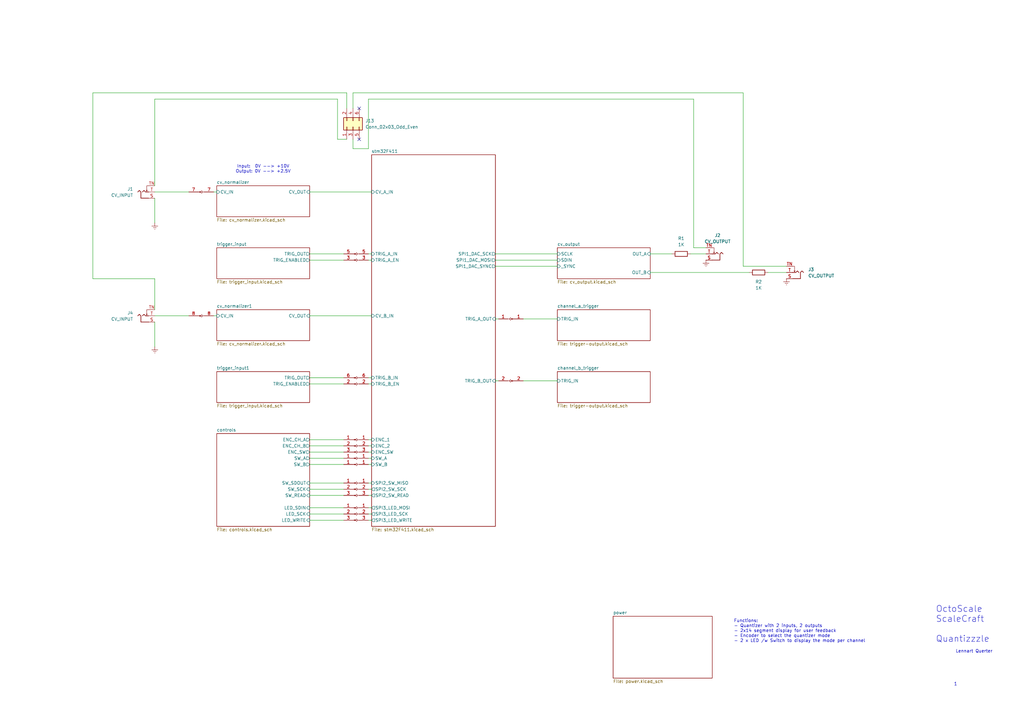
<source format=kicad_sch>
(kicad_sch (version 20250114) (generator "eeschema") (generator_version "9.0")
  (paper "A3")
  (lib_symbols
    (symbol "Connector_Generic:Conn_02x03_Odd_Even" (pin_names (offset 1.016) (hide yes))
      (property "Reference" "J" (at 1.27 5.08 0))
      (property "Value" "Conn_02x03_Odd_Even" (at 1.27 -5.08 0))
      (symbol "Conn_02x03_Odd_Even_1_1"
        (rectangle (start -1.27 3.81) (end 3.81 -3.81) (stroke (width 0.254)) (fill (type background)))
        (rectangle (start -1.27 2.667) (end 0 2.413) (stroke (width 0.1524)))
        (rectangle (start -1.27 0.127) (end 0 -0.127) (stroke (width 0.1524)))
        (rectangle (start -1.27 -2.413) (end 0 -2.667) (stroke (width 0.1524)))
        (rectangle (start 3.81 2.667) (end 2.54 2.413) (stroke (width 0.1524)))
        (rectangle (start 3.81 0.127) (end 2.54 -0.127) (stroke (width 0.1524)))
        (rectangle (start 3.81 -2.413) (end 2.54 -2.667) (stroke (width 0.1524)))
        (pin passive line (at -5.08 2.54 0) (length 3.81) (name "Pin_1") (number "1"))
        (pin passive line (at -5.08 0 0) (length 3.81) (name "Pin_3") (number "3"))
        (pin passive line (at -5.08 -2.54 0) (length 3.81) (name "Pin_5") (number "5"))
        (pin passive line (at 7.62 2.54 180) (length 3.81) (name "Pin_2") (number "2"))
        (pin passive line (at 7.62 0 180) (length 3.81) (name "Pin_4") (number "4"))
        (pin passive line (at 7.62 -2.54 180) (length 3.81) (name "Pin_6") (number "6"))
      )
    )
    (symbol "Device:R" (pin_numbers (hide yes)) (pin_names (offset 0))
      (property "Reference" "R" (at 2.032 0 90))
      (property "Value" "R" (at 0 0 90))
      (symbol "R_0_1"
        (rectangle (start -1.016 -2.54) (end 1.016 2.54) (stroke (width 0.254)))
      )
      (symbol "R_1_1"
        (pin passive line (at 0 3.81 270) (length 1.27) (name "~") (number "1"))
        (pin passive line (at 0 -3.81 90) (length 1.27) (name "~") (number "2"))
      )
    )
    (symbol "power:GNDREF" (power) (pin_numbers (hide yes)) (pin_names (offset 0) (hide yes))
      (property "Value" "GNDREF" (at 0 -3.81 0))
      (symbol "GNDREF_0_1"
        (polyline (pts (xy -0.635 -1.905) (xy 0.635 -1.905)))
        (polyline (pts (xy -0.127 -2.54) (xy 0.127 -2.54)))
        (polyline (pts (xy 0 -1.27) (xy 0 0)))
        (polyline (pts (xy 1.27 -1.27) (xy -1.27 -1.27)))
      )
      (symbol "GNDREF_1_1"
        (pin power_in line (at 0 0 270) (length 0) (name "~") (number "1"))
      )
    )
    (symbol "synth:AudioJack_Mono_3.5mm"
      (property "Reference" "J" (at 0 8.89 0))
      (property "Value" "AudioJack_Mono_3.5mm" (at 0 6.35 0))
      (symbol "AudioJack_Mono_3.5mm_0_1"
        (polyline (pts (xy 0 0) (xy 0.635 -0.635) (xy 1.27 0) (xy 2.54 0)) (stroke (width 0.254)))
        (polyline (pts (xy 1.778 -0.254) (xy 2.032 -0.762)))
        (polyline (pts (xy 2.54 2.54) (xy -0.635 2.54) (xy -0.635 0) (xy -1.27 -0.635) (xy -1.905 0)) (stroke (width 0.254)))
        (polyline (pts (xy 2.54 -2.54) (xy 1.778 -2.54) (xy 1.778 -0.254) (xy 1.524 -0.762)))
      )
      (symbol "AudioJack_Mono_3.5mm_1_1"
        (pin passive line (at 5.08 2.54 180) (length 2.54) (name "~") (number "S"))
        (pin passive line (at 5.08 0 180) (length 2.54) (name "~") (number "T"))
        (pin passive line (at 5.08 -2.54 180) (length 2.54) (name "~") (number "TN"))
      )
    )
    (symbol "synth:Conn_01x04_Pin" (pin_names (offset 1.016) (hide yes))
      (property "Reference" "XP" (at 0 2.54 0))
      (property "Value" "Conn_01x04_Pin" (at 0 -2.54 0))
      (symbol "Conn_01x04_Pin_1_1"
        (rectangle (start 0.8636 0.127) (end 0 -0.127) (stroke (width 0.1524)) (fill (type outline)))
        (polyline (pts (xy 1.27 0) (xy 0.8636 0)) (stroke (width 0.1524)))
        (pin passive line (at 5.08 0 180) (length 3.81) (name "Pin_1") (number "1"))
      )
      (symbol "Conn_01x04_Pin_2_1"
        (rectangle (start 0.8636 0.127) (end 0 -0.127) (stroke (width 0.1524)) (fill (type outline)))
        (polyline (pts (xy 1.27 0) (xy 0.8636 0)) (stroke (width 0.1524)))
        (pin passive line (at 5.08 0 180) (length 3.81) (name "Pin_2") (number "2"))
      )
      (symbol "Conn_01x04_Pin_3_1"
        (rectangle (start 0.8636 0.127) (end 0 -0.127) (stroke (width 0.1524)) (fill (type outline)))
        (polyline (pts (xy 1.27 0) (xy 0.8636 0)) (stroke (width 0.1524)))
        (pin passive line (at 5.08 0 180) (length 3.81) (name "Pin_3") (number "3"))
      )
      (symbol "Conn_01x04_Pin_4_1"
        (rectangle (start 0.8636 0.127) (end 0 -0.127) (stroke (width 0.1524)) (fill (type outline)))
        (polyline (pts (xy 1.27 0) (xy 0.8636 0)) (stroke (width 0.1524)))
        (pin passive line (at 5.08 0 180) (length 3.81) (name "Pin_4") (number "4"))
      )
    )
    (symbol "synth:Conn_01x04_Socket" (pin_names (offset 1.016) (hide yes))
      (property "Reference" "XP" (at 0 2.54 0))
      (property "Value" "Conn_01x04_Socket" (at 0 -2.54 0))
      (symbol "Conn_01x04_Socket_1_1"
        (polyline (pts (xy -1.27 0) (xy -0.508 0)) (stroke (width 0.1524)))
        (arc (start 0 -0.508) (mid -0.5058 0) (end 0 0.508) (stroke (width 0.1524)))
        (pin passive line (at -5.08 0 0) (length 3.81) (name "Pin_1") (number "1"))
      )
      (symbol "Conn_01x04_Socket_2_1"
        (polyline (pts (xy -1.27 0) (xy -0.508 0)) (stroke (width 0.1524)))
        (arc (start 0 -0.508) (mid -0.5058 0) (end 0 0.508) (stroke (width 0.1524)))
        (pin passive line (at -5.08 0 0) (length 3.81) (name "Pin_2") (number "2"))
      )
      (symbol "Conn_01x04_Socket_3_1"
        (polyline (pts (xy -1.27 0) (xy -0.508 0)) (stroke (width 0.1524)))
        (arc (start 0 -0.508) (mid -0.5058 0) (end 0 0.508) (stroke (width 0.1524)))
        (pin passive line (at -5.08 0 0) (length 3.81) (name "Pin_3") (number "3"))
      )
      (symbol "Conn_01x04_Socket_4_1"
        (polyline (pts (xy -1.27 0) (xy -0.508 0)) (stroke (width 0.1524)))
        (arc (start 0 -0.508) (mid -0.5058 0) (end 0 0.508) (stroke (width 0.1524)))
        (pin passive line (at -5.08 0 0) (length 3.81) (name "Pin_4") (number "4"))
      )
    )
    (symbol "synth:Conn_01x08_Pin" (pin_names (offset 1.016) (hide yes))
      (property "Reference" "XP" (at 0 2.54 0))
      (property "Value" "Conn_01x08_Pin" (at 0 -2.54 0))
      (symbol "Conn_01x08_Pin_1_1"
        (rectangle (start 0.8636 0.127) (end 0 -0.127) (stroke (width 0.1524)) (fill (type outline)))
        (polyline (pts (xy 1.27 0) (xy 0.8636 0)) (stroke (width 0.1524)))
        (pin passive line (at 5.08 0 180) (length 3.81) (name "Pin_1") (number "1"))
      )
      (symbol "Conn_01x08_Pin_2_1"
        (rectangle (start 0.8636 0.127) (end 0 -0.127) (stroke (width 0.1524)) (fill (type outline)))
        (polyline (pts (xy 1.27 0) (xy 0.8636 0)) (stroke (width 0.1524)))
        (pin passive line (at 5.08 0 180) (length 3.81) (name "Pin_2") (number "2"))
      )
      (symbol "Conn_01x08_Pin_3_1"
        (rectangle (start 0.8636 0.127) (end 0 -0.127) (stroke (width 0.1524)) (fill (type outline)))
        (polyline (pts (xy 1.27 0) (xy 0.8636 0)) (stroke (width 0.1524)))
        (pin passive line (at 5.08 0 180) (length 3.81) (name "Pin_3") (number "3"))
      )
      (symbol "Conn_01x08_Pin_4_1"
        (rectangle (start 0.8636 0.127) (end 0 -0.127) (stroke (width 0.1524)) (fill (type outline)))
        (polyline (pts (xy 1.27 0) (xy 0.8636 0)) (stroke (width 0.1524)))
        (pin passive line (at 5.08 0 180) (length 3.81) (name "Pin_4") (number "4"))
      )
      (symbol "Conn_01x08_Pin_5_1"
        (rectangle (start 0.8636 0.127) (end 0 -0.127) (stroke (width 0.1524)) (fill (type outline)))
        (polyline (pts (xy 1.27 0) (xy 0.8636 0)) (stroke (width 0.1524)))
        (pin passive line (at 5.08 0 180) (length 3.81) (name "Pin_5") (number "5"))
      )
      (symbol "Conn_01x08_Pin_6_1"
        (rectangle (start 0.8636 0.127) (end 0 -0.127) (stroke (width 0.1524)) (fill (type outline)))
        (polyline (pts (xy 1.27 0) (xy 0.8636 0)) (stroke (width 0.1524)))
        (pin passive line (at 5.08 0 180) (length 3.81) (name "Pin_6") (number "6"))
      )
      (symbol "Conn_01x08_Pin_7_1"
        (rectangle (start 0.8636 0.127) (end 0 -0.127) (stroke (width 0.1524)) (fill (type outline)))
        (polyline (pts (xy 1.27 0) (xy 0.8636 0)) (stroke (width 0.1524)))
        (pin passive line (at 5.08 0 180) (length 3.81) (name "Pin_7") (number "7"))
      )
      (symbol "Conn_01x08_Pin_8_1"
        (rectangle (start 0.8636 0.127) (end 0 -0.127) (stroke (width 0.1524)) (fill (type outline)))
        (polyline (pts (xy 1.27 0) (xy 0.8636 0)) (stroke (width 0.1524)))
        (pin passive line (at 5.08 0 180) (length 3.81) (name "Pin_8") (number "8"))
      )
    )
    (symbol "synth:Conn_01x08_Socket" (pin_names (offset 1.016) (hide yes))
      (property "Reference" "XP" (at 0 2.54 0))
      (property "Value" "Conn_01x08_Socket" (at 0 -2.54 0))
      (symbol "Conn_01x08_Socket_1_1"
        (polyline (pts (xy -1.27 0) (xy -0.508 0)) (stroke (width 0.1524)))
        (arc (start 0 -0.508) (mid -0.5058 0) (end 0 0.508) (stroke (width 0.1524)))
        (pin passive line (at -5.08 0 0) (length 3.81) (name "Pin_1") (number "1"))
      )
      (symbol "Conn_01x08_Socket_2_1"
        (polyline (pts (xy -1.27 0) (xy -0.508 0)) (stroke (width 0.1524)))
        (arc (start 0 -0.508) (mid -0.5058 0) (end 0 0.508) (stroke (width 0.1524)))
        (pin passive line (at -5.08 0 0) (length 3.81) (name "Pin_2") (number "2"))
      )
      (symbol "Conn_01x08_Socket_3_1"
        (polyline (pts (xy -1.27 0) (xy -0.508 0)) (stroke (width 0.1524)))
        (arc (start 0 -0.508) (mid -0.5058 0) (end 0 0.508) (stroke (width 0.1524)))
        (pin passive line (at -5.08 0 0) (length 3.81) (name "Pin_3") (number "3"))
      )
      (symbol "Conn_01x08_Socket_4_1"
        (polyline (pts (xy -1.27 0) (xy -0.508 0)) (stroke (width 0.1524)))
        (arc (start 0 -0.508) (mid -0.5058 0) (end 0 0.508) (stroke (width 0.1524)))
        (pin passive line (at -5.08 0 0) (length 3.81) (name "Pin_4") (number "4"))
      )
      (symbol "Conn_01x08_Socket_5_1"
        (polyline (pts (xy -1.27 0) (xy -0.508 0)) (stroke (width 0.1524)))
        (arc (start 0 -0.508) (mid -0.5058 0) (end 0 0.508) (stroke (width 0.1524)))
        (pin passive line (at -5.08 0 0) (length 3.81) (name "Pin_5") (number "5"))
      )
      (symbol "Conn_01x08_Socket_6_1"
        (polyline (pts (xy -1.27 0) (xy -0.508 0)) (stroke (width 0.1524)))
        (arc (start 0 -0.508) (mid -0.5058 0) (end 0 0.508) (stroke (width 0.1524)))
        (pin passive line (at -5.08 0 0) (length 3.81) (name "Pin_6") (number "6"))
      )
      (symbol "Conn_01x08_Socket_7_1"
        (polyline (pts (xy -1.27 0) (xy -0.508 0)) (stroke (width 0.1524)))
        (arc (start 0 -0.508) (mid -0.5058 0) (end 0 0.508) (stroke (width 0.1524)))
        (pin passive line (at -5.08 0 0) (length 3.81) (name "Pin_7") (number "7"))
      )
      (symbol "Conn_01x08_Socket_8_1"
        (polyline (pts (xy -1.27 0) (xy -0.508 0)) (stroke (width 0.1524)))
        (arc (start 0 -0.508) (mid -0.5058 0) (end 0 0.508) (stroke (width 0.1524)))
        (pin passive line (at -5.08 0 0) (length 3.81) (name "Pin_8") (number "8"))
      )
    )
  )
  (text "Input:  0V --> +10V\nOutput: 0V --> +2.5V" (at 107.95 69.342 0) (effects (font (size 1.27 1.27))))
  (text "OctoScale\nScaleCraft\n\nQuantizzzle" (at 383.794 256.032 0) (effects (font (size 2.54 2.54)) (justify left)))
  (text "Functions:\n- Quantizer with 2 inputs, 2 outputs\n- 2x14 segment display for user feedback\n- Encoder to select the quantizer mode\n- 2 x LED /w Switch to display the mode per channel" (at 300.99 258.826 0) (effects (font (size 1.27 1.27)) (justify left)))
  (text "Lennart Querter" (at 399.542 267.208 0) (effects (font (size 1.27 1.27))))
  (text "1" (at 391.922 280.67 0) (effects (font (size 1.27 1.27))))
  (no_connect (at 147.32 44.45))
  (no_connect (at 147.32 57.15))
  (wire (pts (xy 214.63 156.21) (xy 228.6 156.21)))
  (wire (pts (xy 314.96 111.76) (xy 322.58 111.76)))
  (wire (pts (xy 151.13 198.12) (xy 152.4 198.12)))
  (wire (pts (xy 203.2 104.14) (xy 228.6 104.14)))
  (wire (pts (xy 127 185.42) (xy 140.97 185.42)))
  (wire (pts (xy 283.21 104.14) (xy 289.56 104.14)))
  (wire (pts (xy 127 210.82) (xy 140.97 210.82)))
  (wire (pts (xy 151.13 210.82) (xy 152.4 210.82)))
  (wire (pts (xy 151.13 40.64) (xy 151.13 60.96)))
  (wire (pts (xy 203.2 130.81) (xy 204.47 130.81)))
  (wire (pts (xy 151.13 187.96) (xy 152.4 187.96)))
  (wire (pts (xy 63.5 142.24) (xy 63.5 132.08)))
  (wire (pts (xy 151.13 60.96) (xy 144.78 60.96)))
  (wire (pts (xy 151.13 104.14) (xy 152.4 104.14)))
  (wire (pts (xy 304.8 38.1) (xy 304.8 109.22)))
  (wire (pts (xy 127 180.34) (xy 140.97 180.34)))
  (wire (pts (xy 203.2 106.68) (xy 228.6 106.68)))
  (wire (pts (xy 151.13 213.36) (xy 152.4 213.36)))
  (wire (pts (xy 138.43 40.64) (xy 138.43 57.15)))
  (wire (pts (xy 63.5 78.74) (xy 77.47 78.74)))
  (wire (pts (xy 38.1 114.3) (xy 63.5 114.3)))
  (wire (pts (xy 127 200.66) (xy 140.97 200.66)))
  (wire (pts (xy 142.24 38.1) (xy 142.24 44.45)))
  (wire (pts (xy 214.63 130.81) (xy 228.6 130.81)))
  (wire (pts (xy 63.5 91.44) (xy 63.5 81.28)))
  (wire (pts (xy 138.43 57.15) (xy 142.24 57.15)))
  (wire (pts (xy 127 78.74) (xy 152.4 78.74)))
  (wire (pts (xy 127 208.28) (xy 140.97 208.28)))
  (wire (pts (xy 127 104.14) (xy 140.97 104.14)))
  (wire (pts (xy 151.13 40.64) (xy 284.48 40.64)))
  (wire (pts (xy 144.78 38.1) (xy 144.78 44.45)))
  (wire (pts (xy 322.58 109.22) (xy 304.8 109.22)))
  (wire (pts (xy 151.13 182.88) (xy 152.4 182.88)))
  (wire (pts (xy 203.2 156.21) (xy 204.47 156.21)))
  (wire (pts (xy 127 129.54) (xy 152.4 129.54)))
  (wire (pts (xy 144.78 38.1) (xy 304.8 38.1)))
  (wire (pts (xy 151.13 190.5) (xy 152.4 190.5)))
  (wire (pts (xy 38.1 38.1) (xy 38.1 114.3)))
  (wire (pts (xy 284.48 101.6) (xy 284.48 40.64)))
  (wire (pts (xy 63.5 40.64) (xy 63.5 76.2)))
  (wire (pts (xy 127 182.88) (xy 140.97 182.88)))
  (wire (pts (xy 151.13 154.94) (xy 152.4 154.94)))
  (wire (pts (xy 87.63 129.54) (xy 88.9 129.54)))
  (wire (pts (xy 151.13 200.66) (xy 152.4 200.66)))
  (wire (pts (xy 38.1 38.1) (xy 142.24 38.1)))
  (wire (pts (xy 151.13 180.34) (xy 152.4 180.34)))
  (wire (pts (xy 144.78 60.96) (xy 144.78 57.15)))
  (wire (pts (xy 289.56 101.6) (xy 284.48 101.6)))
  (wire (pts (xy 266.7 104.14) (xy 275.59 104.14)))
  (wire (pts (xy 151.13 106.68) (xy 152.4 106.68)))
  (wire (pts (xy 63.5 129.54) (xy 77.47 129.54)))
  (wire (pts (xy 151.13 203.2) (xy 152.4 203.2)))
  (wire (pts (xy 127 157.48) (xy 140.97 157.48)))
  (wire (pts (xy 87.63 78.74) (xy 88.9 78.74)))
  (wire (pts (xy 63.5 114.3) (xy 63.5 127)))
  (wire (pts (xy 127 190.5) (xy 140.97 190.5)))
  (wire (pts (xy 127 106.68) (xy 140.97 106.68)))
  (wire (pts (xy 127 187.96) (xy 140.97 187.96)))
  (wire (pts (xy 127 203.2) (xy 140.97 203.2)))
  (wire (pts (xy 127 154.94) (xy 140.97 154.94)))
  (wire (pts (xy 266.7 111.76) (xy 307.34 111.76)))
  (wire (pts (xy 127 198.12) (xy 140.97 198.12)))
  (wire (pts (xy 127 213.36) (xy 140.97 213.36)))
  (wire (pts (xy 151.13 208.28) (xy 152.4 208.28)))
  (wire (pts (xy 151.13 185.42) (xy 152.4 185.42)))
  (wire (pts (xy 63.5 40.64) (xy 138.43 40.64)))
  (wire (pts (xy 203.2 109.22) (xy 228.6 109.22)))
  (wire (pts (xy 151.13 157.48) (xy 152.4 157.48)))
  (symbol (lib_id "synth:Conn_01x04_Socket") (at 146.05 208.28 180) (unit 1)
    (property "Reference" "XP8" (effects (hide yes)))
    (property "Value" "Conn_01x04_Socket" (effects (hide yes)))
    (property "Footprint" "Connector_PinSocket_2.54mm:PinSocket_1x04_P2.54mm_Vertical" (effects (hide yes)))
    (property "Description" "Generic connector, single row, 01x04" (effects (hide yes)))
  )
  (symbol (lib_id "power:GNDREF") (at 289.56 106.68 0) (unit 1)
    (property "Reference" "#PWR02" (effects (hide yes)))
    (property "Value" "GNDREF" (effects (hide yes)))
    (property "Description" "Power symbol creates a global label with name \"GNDREF\" , reference supply ground" (effects (hide yes)))
  )
  (symbol (lib_id "synth:Conn_01x08_Pin") (at 209.55 130.81 0) (unit 1)
    (property "Reference" "XP1" (effects (hide yes)))
    (property "Value" "Conn_01x08_Pin" (effects (hide yes)))
    (property "Footprint" "Connector_PinHeader_2.54mm:PinHeader_1x08_P2.54mm_Vertical" (effects (hide yes)))
    (property "Description" "Generic connector, single row, 01x08" (effects (hide yes)))
  )
  (symbol (lib_id "Device:R") (at 311.15 111.76 90) (unit 1)
    (property "Reference" "R2" (at 311.15 115.57 90))
    (property "Value" "1K" (at 311.15 118.11 90))
    (property "Footprint" "Resistor_SMD:R_0805_2012Metric_Pad1.20x1.40mm_HandSolder" (effects (hide yes)))
    (property "Description" "Resistor" (effects (hide yes)))
  )
  (symbol (lib_id "synth:Conn_01x04_Socket") (at 146.05 200.66 180) (unit 2)
    (property "Reference" "XP9" (effects (hide yes)))
    (property "Value" "Conn_01x04_Socket" (effects (hide yes)))
    (property "Footprint" "Connector_PinSocket_2.54mm:PinSocket_1x04_P2.54mm_Vertical" (effects (hide yes)))
    (property "Description" "Generic connector, single row, 01x04" (effects (hide yes)))
  )
  (symbol (lib_id "synth:Conn_01x04_Pin") (at 146.05 182.88 180) (unit 2)
    (property "Reference" "XP11" (effects (hide yes)))
    (property "Value" "Conn_01x04_Pin" (effects (hide yes)))
    (property "Footprint" "Connector_PinHeader_2.54mm:PinHeader_1x04_P2.54mm_Vertical" (effects (hide yes)))
    (property "Description" "Generic connector, single row, 01x04" (effects (hide yes)))
  )
  (symbol (lib_id "synth:Conn_01x04_Pin") (at 146.05 180.34 180) (unit 1)
    (property "Reference" "XP11" (effects (hide yes)))
    (property "Value" "Conn_01x04_Pin" (effects (hide yes)))
    (property "Footprint" "Connector_PinHeader_2.54mm:PinHeader_1x04_P2.54mm_Vertical" (effects (hide yes)))
    (property "Description" "Generic connector, single row, 01x04" (effects (hide yes)))
  )
  (symbol (lib_id "synth:Conn_01x04_Pin") (at 146.05 198.12 180) (unit 1)
    (property "Reference" "XP10" (effects (hide yes)))
    (property "Value" "Conn_01x04_Pin" (effects (hide yes)))
    (property "Footprint" "Connector_PinHeader_2.54mm:PinHeader_1x04_P2.54mm_Vertical" (effects (hide yes)))
    (property "Description" "Generic connector, single row, 01x04" (effects (hide yes)))
  )
  (symbol (lib_id "synth:Conn_01x04_Pin") (at 146.05 187.96 180) (unit 1)
    (property "Reference" "XP5" (effects (hide yes)))
    (property "Value" "Conn_01x04_Pin" (effects (hide yes)))
    (property "Footprint" "Connector_PinHeader_2.54mm:PinHeader_1x04_P2.54mm_Vertical" (effects (hide yes)))
    (property "Description" "Generic connector, single row, 01x04" (effects (hide yes)))
  )
  (symbol (lib_id "synth:Conn_01x04_Socket") (at 146.05 106.68 180) (unit 3)
    (property "Reference" "XP6" (effects (hide yes)))
    (property "Value" "Conn_01x04_Socket" (effects (hide yes)))
    (property "Footprint" "Connector_PinSocket_2.54mm:PinSocket_1x04_P2.54mm_Vertical" (effects (hide yes)))
    (property "Description" "Generic connector, single row, 01x04" (effects (hide yes)))
  )
  (symbol (lib_id "synth:Conn_01x04_Pin") (at 146.05 213.36 180) (unit 3)
    (property "Reference" "XP7" (effects (hide yes)))
    (property "Value" "Conn_01x04_Pin" (effects (hide yes)))
    (property "Footprint" "Connector_PinHeader_2.54mm:PinHeader_1x04_P2.54mm_Vertical" (effects (hide yes)))
    (property "Description" "Generic connector, single row, 01x04" (effects (hide yes)))
  )
  (symbol (lib_id "synth:Conn_01x08_Socket") (at 82.55 129.54 180) (unit 8)
    (property "Reference" "XP2" (effects (hide yes)))
    (property "Value" "Conn_01x08_Socket" (effects (hide yes)))
    (property "Footprint" "Connector_PinSocket_2.54mm:PinSocket_1x08_P2.54mm_Vertical" (effects (hide yes)))
    (property "Description" "Generic connector, single row, 01x08" (effects (hide yes)))
  )
  (symbol (lib_id "synth:Conn_01x08_Pin") (at 146.05 104.14 180) (unit 5)
    (property "Reference" "XP1" (effects (hide yes)))
    (property "Value" "Conn_01x08_Pin" (effects (hide yes)))
    (property "Footprint" "Connector_PinHeader_2.54mm:PinHeader_1x08_P2.54mm_Vertical" (effects (hide yes)))
    (property "Description" "Generic connector, single row, 01x08" (effects (hide yes)))
  )
  (symbol (lib_id "synth:AudioJack_Mono_3.5mm") (at 58.42 78.74 0) (mirror x) (unit 1)
    (property "Reference" "J1" (at 54.61 77.5334 0) (effects (justify right)))
    (property "Value" "CV_INPUT" (at 54.61 80.0734 0) (effects (justify right)))
    (property "Footprint" "Synth:Jack_3.5mm_QingPu_WQP-PJ398SM_Vertical_CircularHoles" (effects (hide yes)))
    (property "Description" "Audio Jack, 2 Poles (Mono / TS), Switched T Pole (Normalling)" (effects (hide yes)))
  )
  (symbol (lib_id "synth:Conn_01x08_Pin") (at 82.55 129.54 180) (unit 8)
    (property "Reference" "XP1" (effects (hide yes)))
    (property "Value" "Conn_01x08_Pin" (effects (hide yes)))
    (property "Footprint" "Connector_PinHeader_2.54mm:PinHeader_1x08_P2.54mm_Vertical" (effects (hide yes)))
    (property "Description" "Generic connector, single row, 01x08" (effects (hide yes)))
  )
  (symbol (lib_id "synth:Conn_01x04_Socket") (at 146.05 182.88 180) (unit 2)
    (property "Reference" "XP12" (effects (hide yes)))
    (property "Value" "Conn_01x04_Socket" (effects (hide yes)))
    (property "Footprint" "Connector_PinSocket_2.54mm:PinSocket_1x04_P2.54mm_Vertical" (effects (hide yes)))
    (property "Description" "Generic connector, single row, 01x04" (effects (hide yes)))
  )
  (symbol (lib_id "synth:Conn_01x08_Socket") (at 146.05 104.14 180) (unit 5)
    (property "Reference" "XP2" (effects (hide yes)))
    (property "Value" "Conn_01x08_Socket" (effects (hide yes)))
    (property "Footprint" "Connector_PinSocket_2.54mm:PinSocket_1x08_P2.54mm_Vertical" (effects (hide yes)))
    (property "Description" "Generic connector, single row, 01x08" (effects (hide yes)))
  )
  (symbol (lib_id "synth:Conn_01x04_Pin") (at 146.05 208.28 180) (unit 1)
    (property "Reference" "XP7" (effects (hide yes)))
    (property "Value" "Conn_01x04_Pin" (effects (hide yes)))
    (property "Footprint" "Connector_PinHeader_2.54mm:PinHeader_1x04_P2.54mm_Vertical" (effects (hide yes)))
    (property "Description" "Generic connector, single row, 01x04" (effects (hide yes)))
  )
  (symbol (lib_id "synth:Conn_01x04_Socket") (at 146.05 190.5 180) (unit 1)
    (property "Reference" "XP3" (effects (hide yes)))
    (property "Value" "Conn_01x04_Socket" (effects (hide yes)))
    (property "Footprint" "Connector_PinSocket_2.54mm:PinSocket_1x04_P2.54mm_Vertical" (effects (hide yes)))
    (property "Description" "Generic connector, single row, 01x04" (effects (hide yes)))
  )
  (symbol (lib_id "synth:Conn_01x04_Pin") (at 146.05 185.42 180) (unit 3)
    (property "Reference" "XP11" (effects (hide yes)))
    (property "Value" "Conn_01x04_Pin" (effects (hide yes)))
    (property "Footprint" "Connector_PinHeader_2.54mm:PinHeader_1x04_P2.54mm_Vertical" (effects (hide yes)))
    (property "Description" "Generic connector, single row, 01x04" (effects (hide yes)))
  )
  (symbol (lib_id "synth:Conn_01x04_Socket") (at 146.05 180.34 180) (unit 1)
    (property "Reference" "XP12" (effects (hide yes)))
    (property "Value" "Conn_01x04_Socket" (effects (hide yes)))
    (property "Footprint" "Connector_PinSocket_2.54mm:PinSocket_1x04_P2.54mm_Vertical" (effects (hide yes)))
    (property "Description" "Generic connector, single row, 01x04" (effects (hide yes)))
  )
  (symbol (lib_id "synth:Conn_01x04_Socket") (at 146.05 187.96 180) (unit 1)
    (property "Reference" "XP6" (effects (hide yes)))
    (property "Value" "Conn_01x04_Socket" (effects (hide yes)))
    (property "Footprint" "Connector_PinSocket_2.54mm:PinSocket_1x04_P2.54mm_Vertical" (effects (hide yes)))
    (property "Description" "Generic connector, single row, 01x04" (effects (hide yes)))
  )
  (symbol (lib_id "synth:Conn_01x04_Pin") (at 146.05 210.82 180) (unit 2)
    (property "Reference" "XP7" (effects (hide yes)))
    (property "Value" "Conn_01x04_Pin" (effects (hide yes)))
    (property "Footprint" "Connector_PinHeader_2.54mm:PinHeader_1x04_P2.54mm_Vertical" (effects (hide yes)))
    (property "Description" "Generic connector, single row, 01x04" (effects (hide yes)))
  )
  (symbol (lib_id "synth:Conn_01x04_Pin") (at 146.05 190.5 180) (unit 1)
    (property "Reference" "XP4" (effects (hide yes)))
    (property "Value" "Conn_01x04_Pin" (effects (hide yes)))
    (property "Footprint" "Connector_PinHeader_2.54mm:PinHeader_1x04_P2.54mm_Vertical" (effects (hide yes)))
    (property "Description" "Generic connector, single row, 01x04" (effects (hide yes)))
  )
  (symbol (lib_id "synth:Conn_01x08_Socket") (at 146.05 154.94 180) (unit 6)
    (property "Reference" "XP2" (effects (hide yes)))
    (property "Value" "Conn_01x08_Socket" (effects (hide yes)))
    (property "Footprint" "Connector_PinSocket_2.54mm:PinSocket_1x08_P2.54mm_Vertical" (effects (hide yes)))
    (property "Description" "Generic connector, single row, 01x08" (effects (hide yes)))
  )
  (symbol (lib_id "synth:Conn_01x04_Pin") (at 146.05 106.68 180) (unit 3)
    (property "Reference" "XP5" (effects (hide yes)))
    (property "Value" "Conn_01x04_Pin" (effects (hide yes)))
    (property "Footprint" "Connector_PinHeader_2.54mm:PinHeader_1x04_P2.54mm_Vertical" (effects (hide yes)))
    (property "Description" "Generic connector, single row, 01x04" (effects (hide yes)))
  )
  (symbol (lib_id "synth:Conn_01x08_Socket") (at 209.55 130.81 0) (unit 1)
    (property "Reference" "XP2" (effects (hide yes)))
    (property "Value" "Conn_01x08_Socket" (effects (hide yes)))
    (property "Footprint" "Connector_PinSocket_2.54mm:PinSocket_1x08_P2.54mm_Vertical" (effects (hide yes)))
    (property "Description" "Generic connector, single row, 01x08" (effects (hide yes)))
  )
  (symbol (lib_id "synth:Conn_01x04_Socket") (at 146.05 185.42 180) (unit 3)
    (property "Reference" "XP12" (effects (hide yes)))
    (property "Value" "Conn_01x04_Socket" (effects (hide yes)))
    (property "Footprint" "Connector_PinSocket_2.54mm:PinSocket_1x04_P2.54mm_Vertical" (effects (hide yes)))
    (property "Description" "Generic connector, single row, 01x04" (effects (hide yes)))
  )
  (symbol (lib_id "synth:Conn_01x04_Socket") (at 146.05 198.12 180) (unit 1)
    (property "Reference" "XP9" (effects (hide yes)))
    (property "Value" "Conn_01x04_Socket" (effects (hide yes)))
    (property "Footprint" "Connector_PinSocket_2.54mm:PinSocket_1x04_P2.54mm_Vertical" (effects (hide yes)))
    (property "Description" "Generic connector, single row, 01x04" (effects (hide yes)))
  )
  (symbol (lib_id "synth:Conn_01x04_Socket") (at 146.05 157.48 180) (unit 2)
    (property "Reference" "XP6" (effects (hide yes)))
    (property "Value" "Conn_01x04_Socket" (effects (hide yes)))
    (property "Footprint" "Connector_PinSocket_2.54mm:PinSocket_1x04_P2.54mm_Vertical" (effects (hide yes)))
    (property "Description" "Generic connector, single row, 01x04" (effects (hide yes)))
  )
  (symbol (lib_id "synth:Conn_01x04_Socket") (at 146.05 210.82 180) (unit 2)
    (property "Reference" "XP8" (effects (hide yes)))
    (property "Value" "Conn_01x04_Socket" (effects (hide yes)))
    (property "Footprint" "Connector_PinSocket_2.54mm:PinSocket_1x04_P2.54mm_Vertical" (effects (hide yes)))
    (property "Description" "Generic connector, single row, 01x04" (effects (hide yes)))
  )
  (symbol (lib_id "synth:Conn_01x08_Socket") (at 82.55 78.74 180) (unit 7)
    (property "Reference" "XP2" (effects (hide yes)))
    (property "Value" "Conn_01x08_Socket" (effects (hide yes)))
    (property "Footprint" "Connector_PinSocket_2.54mm:PinSocket_1x08_P2.54mm_Vertical" (effects (hide yes)))
    (property "Description" "Generic connector, single row, 01x08" (effects (hide yes)))
  )
  (symbol (lib_id "power:GNDREF") (at 63.5 91.44 0) (unit 1)
    (property "Reference" "#PWR01" (effects (hide yes)))
    (property "Value" "GNDREF" (effects (hide yes)))
    (property "Description" "Power symbol creates a global label with name \"GNDREF\" , reference supply ground" (effects (hide yes)))
  )
  (symbol (lib_id "synth:Conn_01x08_Pin") (at 82.55 78.74 180) (unit 7)
    (property "Reference" "XP1" (effects (hide yes)))
    (property "Value" "Conn_01x08_Pin" (effects (hide yes)))
    (property "Footprint" "Connector_PinHeader_2.54mm:PinHeader_1x08_P2.54mm_Vertical" (effects (hide yes)))
    (property "Description" "Generic connector, single row, 01x08" (effects (hide yes)))
  )
  (symbol (lib_id "power:GNDREF") (at 322.58 114.3 0) (unit 1)
    (property "Reference" "#PWR03" (effects (hide yes)))
    (property "Value" "GNDREF" (effects (hide yes)))
    (property "Description" "Power symbol creates a global label with name \"GNDREF\" , reference supply ground" (effects (hide yes)))
  )
  (symbol (lib_id "synth:Conn_01x04_Socket") (at 146.05 203.2 180) (unit 3)
    (property "Reference" "XP9" (effects (hide yes)))
    (property "Value" "Conn_01x04_Socket" (effects (hide yes)))
    (property "Footprint" "Connector_PinSocket_2.54mm:PinSocket_1x04_P2.54mm_Vertical" (effects (hide yes)))
    (property "Description" "Generic connector, single row, 01x04" (effects (hide yes)))
  )
  (symbol (lib_id "synth:Conn_01x04_Pin") (at 146.05 157.48 180) (unit 2)
    (property "Reference" "XP5" (effects (hide yes)))
    (property "Value" "Conn_01x04_Pin" (effects (hide yes)))
    (property "Footprint" "Connector_PinHeader_2.54mm:PinHeader_1x04_P2.54mm_Vertical" (effects (hide yes)))
    (property "Description" "Generic connector, single row, 01x04" (effects (hide yes)))
  )
  (symbol (lib_id "Device:R") (at 279.4 104.14 90) (unit 1)
    (property "Reference" "R1" (at 279.4 97.79 90))
    (property "Value" "1K" (at 279.4 100.33 90))
    (property "Footprint" "Resistor_SMD:R_0805_2012Metric_Pad1.20x1.40mm_HandSolder" (effects (hide yes)))
    (property "Description" "Resistor" (effects (hide yes)))
  )
  (symbol (lib_id "synth:Conn_01x08_Socket") (at 209.55 156.21 0) (unit 2)
    (property "Reference" "XP2" (effects (hide yes)))
    (property "Value" "Conn_01x08_Socket" (effects (hide yes)))
    (property "Footprint" "Connector_PinSocket_2.54mm:PinSocket_1x08_P2.54mm_Vertical" (effects (hide yes)))
    (property "Description" "Generic connector, single row, 01x08" (effects (hide yes)))
  )
  (symbol (lib_id "synth:Conn_01x04_Pin") (at 146.05 203.2 180) (unit 3)
    (property "Reference" "XP10" (effects (hide yes)))
    (property "Value" "Conn_01x04_Pin" (effects (hide yes)))
    (property "Footprint" "Connector_PinHeader_2.54mm:PinHeader_1x04_P2.54mm_Vertical" (effects (hide yes)))
    (property "Description" "Generic connector, single row, 01x04" (effects (hide yes)))
  )
  (symbol (lib_id "synth:AudioJack_Mono_3.5mm") (at 294.64 104.14 180) (unit 1)
    (property "Reference" "J2" (at 294.3225 96.52 0))
    (property "Value" "CV_OUTPUT" (at 294.3225 99.06 0))
    (property "Footprint" "Synth:Jack_3.5mm_QingPu_WQP-PJ398SM_Vertical_CircularHoles" (effects (hide yes)))
    (property "Description" "Audio Jack, 2 Poles (Mono / TS), Switched T Pole (Normalling)" (effects (hide yes)))
  )
  (symbol (lib_id "synth:Conn_01x08_Pin") (at 146.05 154.94 180) (unit 6)
    (property "Reference" "XP1" (effects (hide yes)))
    (property "Value" "Conn_01x08_Pin" (effects (hide yes)))
    (property "Footprint" "Connector_PinHeader_2.54mm:PinHeader_1x08_P2.54mm_Vertical" (effects (hide yes)))
    (property "Description" "Generic connector, single row, 01x08" (effects (hide yes)))
  )
  (symbol (lib_id "synth:Conn_01x04_Socket") (at 146.05 213.36 180) (unit 3)
    (property "Reference" "XP8" (effects (hide yes)))
    (property "Value" "Conn_01x04_Socket" (effects (hide yes)))
    (property "Footprint" "Connector_PinSocket_2.54mm:PinSocket_1x04_P2.54mm_Vertical" (effects (hide yes)))
    (property "Description" "Generic connector, single row, 01x04" (effects (hide yes)))
  )
  (symbol (lib_id "synth:Conn_01x08_Pin") (at 209.55 156.21 0) (unit 2)
    (property "Reference" "XP1" (effects (hide yes)))
    (property "Value" "Conn_01x08_Pin" (effects (hide yes)))
    (property "Footprint" "Connector_PinHeader_2.54mm:PinHeader_1x08_P2.54mm_Vertical" (effects (hide yes)))
    (property "Description" "Generic connector, single row, 01x08" (effects (hide yes)))
  )
  (symbol (lib_id "synth:AudioJack_Mono_3.5mm") (at 58.42 129.54 0) (mirror x) (unit 1)
    (property "Reference" "J4" (at 54.61 128.3334 0) (effects (justify right)))
    (property "Value" "CV_INPUT" (at 54.61 130.8734 0) (effects (justify right)))
    (property "Footprint" "Synth:Jack_3.5mm_QingPu_WQP-PJ398SM_Vertical_CircularHoles" (effects (hide yes)))
    (property "Description" "Audio Jack, 2 Poles (Mono / TS), Switched T Pole (Normalling)" (effects (hide yes)))
  )
  (symbol (lib_id "synth:Conn_01x04_Pin") (at 146.05 200.66 180) (unit 2)
    (property "Reference" "XP10" (effects (hide yes)))
    (property "Value" "Conn_01x04_Pin" (effects (hide yes)))
    (property "Footprint" "Connector_PinHeader_2.54mm:PinHeader_1x04_P2.54mm_Vertical" (effects (hide yes)))
    (property "Description" "Generic connector, single row, 01x04" (effects (hide yes)))
  )
  (symbol (lib_id "power:GNDREF") (at 63.5 142.24 0) (unit 1)
    (property "Reference" "#PWR04" (effects (hide yes)))
    (property "Value" "GNDREF" (effects (hide yes)))
    (property "Description" "Power symbol creates a global label with name \"GNDREF\" , reference supply ground" (effects (hide yes)))
  )
  (symbol (lib_id "synth:AudioJack_Mono_3.5mm") (at 327.66 111.76 180) (unit 1)
    (property "Reference" "J3" (at 331.47 110.5534 0) (effects (justify right)))
    (property "Value" "CV_OUTPUT" (at 331.47 113.0934 0) (effects (justify right)))
    (property "Footprint" "Synth:Jack_3.5mm_QingPu_WQP-PJ398SM_Vertical_CircularHoles" (effects (hide yes)))
    (property "Description" "Audio Jack, 2 Poles (Mono / TS), Switched T Pole (Normalling)" (effects (hide yes)))
  )
  (symbol (lib_id "Connector_Generic:Conn_02x03_Odd_Even") (at 144.78 52.07 90) (unit 1)
    (property "Reference" "J13" (at 149.86 49.5299 90) (effects (justify right)))
    (property "Value" "Conn_02x03_Odd_Even" (at 149.86 52.0699 90) (effects (justify right)))
    (property "Footprint" "Connector_PinHeader_2.54mm:PinHeader_2x03_P2.54mm_Vertical" (effects (hide yes)))
    (property "Description" "Generic connector, double row, 02x03, odd/even pin numbering scheme (row 1 odd numbers, row 2 even numbers), script generated (kicad-library-utils/schlib/autogen/connector/)" (effects (hide yes)))
  )
  (sheet (at 228.6 127) (size 38.1 12.7) (stroke (width 0.1524))
    (property "Sheetname" "channel_a_trigger" (at 228.6 126.2884 0) (effects (justify left bottom)))
    (property "Sheetfile" "trigger-output.kicad_sch" (at 228.6 140.2846 0) (effects (justify left top)))
    (pin "TRIG_IN" input (at 228.6 130.81 180))
  )
  (sheet (at 88.9 101.6) (size 38.1 12.7) (stroke (width 0.1524))
    (property "Sheetname" "trigger_input" (at 88.9 100.8884 0) (effects (justify left bottom)))
    (property "Sheetfile" "trigger_input.kicad_sch" (at 88.9 114.8846 0) (effects (justify left top)))
    (pin "TRIG_ENABLED" output (at 127 106.68 0))
    (pin "TRIG_OUT" output (at 127 104.14 0))
  )
  (sheet (at 88.9 152.4) (size 38.1 12.7) (stroke (width 0.1524))
    (property "Sheetname" "trigger_input1" (at 88.9 151.6884 0) (effects (justify left bottom)))
    (property "Sheetfile" "trigger_input.kicad_sch" (at 88.9 165.6846 0) (effects (justify left top)))
    (pin "TRIG_ENABLED" output (at 127 157.48 0))
    (pin "TRIG_OUT" output (at 127 154.94 0))
  )
  (sheet (at 88.9 76.2) (size 38.1 12.7) (stroke (width 0.1524))
    (property "Sheetname" "cv_normalizer" (at 88.9 75.4884 0) (effects (justify left bottom)))
    (property "Sheetfile" "cv_normalizer.kicad_sch" (at 88.9 89.4846 0) (effects (justify left top)))
    (pin "CV_OUT" input (at 127 78.74 0))
    (pin "CV_IN" input (at 88.9 78.74 180))
  )
  (sheet (at 228.6 101.6) (size 38.1 12.7) (stroke (width 0.1524))
    (property "Sheetname" "cv_output" (at 228.6 100.8884 0) (effects (justify left bottom)))
    (property "Sheetfile" "cv_output.kicad_sch" (at 228.6 114.8846 0) (effects (justify left top)))
    (pin "SCLK" input (at 228.6 104.14 180))
    (pin "SDIN" input (at 228.6 106.68 180))
    (pin "_SYNC" input (at 228.6 109.22 180))
    (pin "OUT_A" input (at 266.7 104.14 0))
    (pin "OUT_B" input (at 266.7 111.76 0))
  )
  (sheet (at 88.9 177.8) (size 38.1 38.1) (stroke (width 0.1524))
    (property "Sheetname" "controls" (at 88.9 177.0884 0) (effects (justify left bottom)))
    (property "Sheetfile" "controls.kicad_sch" (at 88.9 216.4846 0) (effects (justify left top)))
    (pin "ENC_CH_A" output (at 127 180.34 0))
    (pin "ENC_SW" output (at 127 185.42 0))
    (pin "ENC_CH_B" output (at 127 182.88 0))
    (pin "LED_SCK" input (at 127 210.82 0))
    (pin "SW_READ" input (at 127 203.2 0))
    (pin "LED_WRITE" input (at 127 213.36 0))
    (pin "LED_SDIN" input (at 127 208.28 0))
    (pin "SW_SDOUT" input (at 127 198.12 0))
    (pin "SW_SCK" input (at 127 200.66 0))
    (pin "SW_A" output (at 127 187.96 0))
    (pin "SW_B" output (at 127 190.5 0))
  )
  (sheet (at 251.46 252.73) (size 40.64 25.4) (stroke (width 0.1524))
    (property "Sheetname" "power" (at 251.46 252.0184 0) (effects (justify left bottom)))
    (property "Sheetfile" "power.kicad_sch" (at 251.46 278.7146 0) (effects (justify left top)))
  )
  (sheet (at 228.6 152.4) (size 38.1 12.7) (stroke (width 0.1524))
    (property "Sheetname" "channel_b_trigger" (at 228.6 151.6884 0) (effects (justify left bottom)))
    (property "Sheetfile" "trigger-output.kicad_sch" (at 228.6 165.6846 0) (effects (justify left top)))
    (pin "TRIG_IN" input (at 228.6 156.21 180))
  )
  (sheet (at 152.4 63.5) (size 50.8 152.4) (stroke (width 0.1524))
    (property "Sheetname" "stm32F411" (at 152.4 62.7884 0) (effects (justify left bottom)))
    (property "Sheetfile" "stm32F411.kicad_sch" (at 152.4 216.4846 0) (effects (justify left top)))
    (pin "ENC_2" input (at 152.4 182.88 180))
    (pin "ENC_1" input (at 152.4 180.34 180))
    (pin "ENC_SW" input (at 152.4 185.42 180))
    (pin "TRIG_A_IN" input (at 152.4 104.14 180))
    (pin "TRIG_B_IN" input (at 152.4 154.94 180))
    (pin "TRIG_A_EN" input (at 152.4 106.68 180))
    (pin "TRIG_B_EN" input (at 152.4 157.48 180))
    (pin "CV_A_IN" input (at 152.4 78.74 180))
    (pin "CV_B_IN" input (at 152.4 129.54 180))
    (pin "TRIG_B_OUT" input (at 203.2 156.21 0))
    (pin "TRIG_A_OUT" input (at 203.2 130.81 0))
    (pin "SPI1_DAC_SCK" output (at 203.2 104.14 0))
    (pin "SPI1_DAC_MOSI" output (at 203.2 106.68 0))
    (pin "SPI1_DAC_SYNC" output (at 203.2 109.22 0))
    (pin "SPI2_SW_SCK" output (at 152.4 200.66 180))
    (pin "SPI2_SW_READ" output (at 152.4 203.2 180))
    (pin "SPI2_SW_MISO" input (at 152.4 198.12 180))
    (pin "SPI3_LED_SCK" output (at 152.4 210.82 180))
    (pin "SPI3_LED_WRITE" output (at 152.4 213.36 180))
    (pin "SPI3_LED_MOSI" output (at 152.4 208.28 180))
    (pin "SW_B" input (at 152.4 190.5 180))
    (pin "SW_A" input (at 152.4 187.96 180))
  )
  (sheet (at 88.9 127) (size 38.1 12.7) (stroke (width 0.1524))
    (property "Sheetname" "cv_normalizer1" (at 88.9 126.2884 0) (effects (justify left bottom)))
    (property "Sheetfile" "cv_normalizer.kicad_sch" (at 88.9 140.2846 0) (effects (justify left top)))
    (pin "CV_OUT" input (at 127 129.54 0))
    (pin "CV_IN" input (at 88.9 129.54 180))
  )
)
</source>
